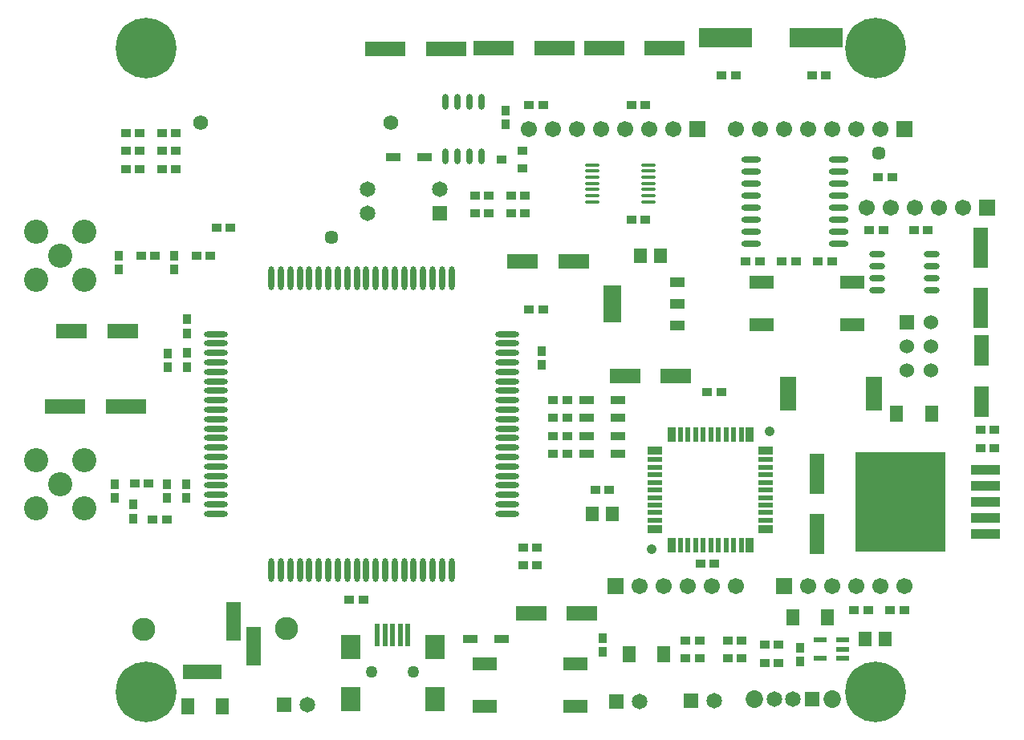
<source format=gts>
*
%LPD*%
%LNSABOTEN3G-MT*%
%FSLAX25Y25*%
%MOIN*%
%AD*%
%AD*%
%ADD25R,0.06X0.06*%
%ADD26C,0.06*%
%ADD41R,0.064959843X0.064959843*%
%ADD42C,0.064959843*%
%ADD47R,0.067X0.067*%
%ADD48C,0.067*%
%ADD53C,0.252*%
%ADD74C,0.100429921*%
%ADD75C,0.062*%
%ADD76R,0.064990157X0.064990157*%
%ADD77C,0.064990157*%
%ADD78C,0.072870079*%
%ADD79C,0.057*%
%ADD80C,0.05*%
%ADD104R,0.125979921X0.062990157*%
%ADD106R,0.062990157X0.125979921*%
%ADD107R,0.055120079X0.070870079*%
%ADD110R,0.066929921X0.141729921*%
%ADD111O,0.066929921X0.023620079*%
%ADD112O,0.023620079X0.066929921*%
%ADD114O,0.059059843X0.01575*%
%ADD118R,0.055120079X0.023620079*%
%ADD123O,0.082679921X0.023620079*%
%ADD124R,0.12205X0.043309843*%
%ADD125R,0.37795X0.417320079*%
%ADD127O,0.024X0.098429921*%
%ADD128O,0.098429921X0.024*%
%ADD129R,0.059059843X0.035429921*%
%ADD133R,0.062990157X0.16535*%
%ADD140R,0.037X0.041*%
%ADD141R,0.041X0.037*%
%ADD142R,0.052X0.06*%
%ADD143R,0.021690157X0.09255*%
%ADD144R,0.080740157X0.100429921*%
%ADD145R,0.100429921X0.057120079*%
%ADD146R,0.042X0.037*%
%ADD147R,0.062X0.042*%
%ADD148R,0.072X0.152*%
%ADD149R,0.032X0.062*%
%ADD150R,0.022X0.062*%
%ADD151R,0.062X0.032*%
%ADD152R,0.062X0.022*%
%ADD153C,0.042*%
%ADD154R,0.219X0.082*%
%ADD155R,0.159479921X0.061059843*%
%ADD156R,0.061059843X0.159479921*%
%ADD157C,0.096490157*%
%ADD158R,0.16535X0.062990157*%
G54D25*
%SRX1Y1I0.0J0.0*%
G1X378075Y-141915D3*
G54D26*
G1X388075Y-141915D3*
G1X378075Y-151915D3*
G1X388075Y-151915D3*
G1X378075Y-161915D3*
G1X388075Y-161915D3*
G54D41*
G1X257375Y-299715D3*
G1X288375Y-299315D3*
G1X184075Y-96715D3*
G1X119275Y-300815D3*
G54D42*
G1X267217Y-299715D3*
G1X298217Y-299315D3*
G1X184075Y-86715D3*
G1X154075Y-86715D3*
G1X154075Y-96715D3*
G1X129117Y-300815D3*
G54D47*
G1X257075Y-251715D3*
G1X291075Y-61715D3*
G1X327075Y-251715D3*
G1X377075Y-61715D3*
G1X411575Y-94215D3*
G54D48*
G1X267075Y-251715D3*
G1X277075Y-251715D3*
G1X287075Y-251715D3*
G1X297075Y-251715D3*
G1X307075Y-251715D3*
G1X281075Y-61715D3*
G1X271075Y-61715D3*
G1X261075Y-61715D3*
G1X251075Y-61715D3*
G1X241075Y-61715D3*
G1X231075Y-61715D3*
G1X221075Y-61715D3*
G1X337075Y-251715D3*
G1X347075Y-251715D3*
G1X357075Y-251715D3*
G1X367075Y-251715D3*
G1X377075Y-251715D3*
G1X367075Y-61715D3*
G1X357075Y-61715D3*
G1X347075Y-61715D3*
G1X337075Y-61715D3*
G1X327075Y-61715D3*
G1X317075Y-61715D3*
G1X307075Y-61715D3*
G1X401575Y-94215D3*
G1X391575Y-94215D3*
G1X381575Y-94215D3*
G1X371575Y-94215D3*
G1X361575Y-94215D3*
G54D53*
G1X365138Y-295715D3*
G1X62075Y-27999D3*
G1X365138Y-27999D3*
G1X62075Y-295715D3*
G54D74*
G1X26575Y-209215D3*
G1X36575Y-219215D3*
G1X36575Y-199215D3*
G1X16575Y-219215D3*
G1X16575Y-199215D3*
G1X26575Y-114215D3*
G1X36575Y-124215D3*
G1X36575Y-104215D3*
G1X16575Y-124215D3*
G1X16575Y-104215D3*
G54D75*
G1X163593Y-58815D3*
G1X84853Y-58815D3*
G54D76*
G1X338749Y-298615D3*
G54D77*
G1X330875Y-298615D3*
G1X323001Y-298615D3*
G54D78*
G1X314733Y-298615D3*
G1X347016Y-298615D3*
G54D79*
G1X366575Y-71715D3*
G1X139075Y-106715D3*
G54D80*
G1X173136Y-287172D3*
G1X155813Y-287172D3*
G54D104*
G1X260945Y-164215D3*
G1X282204Y-164215D3*
G1X31245Y-145615D3*
G1X52504Y-145615D3*
G1X218445Y-116715D3*
G1X239704Y-116715D3*
G1X221945Y-262815D3*
G1X243204Y-262815D3*
G54D106*
G1X409075Y-174845D3*
G1X409075Y-153585D3*
G54D107*
G1X388275Y-179815D3*
G1X373875Y-179815D3*
G1X93775Y-301715D3*
G1X79375Y-301715D3*
G1X330775Y-264515D3*
G1X345175Y-264515D3*
G1X262675Y-280115D3*
G1X277075Y-280115D3*
G54D110*
G1X328858Y-171715D3*
G1X364291Y-171715D3*
G54D111*
G1X388492Y-128715D3*
G1X388492Y-123715D3*
G1X388492Y-118715D3*
G1X388492Y-113715D3*
G1X365657Y-113715D3*
G1X365657Y-118715D3*
G1X365657Y-123715D3*
G1X365657Y-128715D3*
G54D112*
G1X186575Y-73133D3*
G1X191575Y-73133D3*
G1X196575Y-73133D3*
G1X201575Y-73133D3*
G1X201575Y-50298D3*
G1X196575Y-50298D3*
G1X191575Y-50298D3*
G1X186575Y-50298D3*
G54D114*
G1X270886Y-91892D3*
G1X270886Y-89333D3*
G1X270886Y-86774D3*
G1X270886Y-84215D3*
G1X270886Y-81656D3*
G1X270886Y-79097D3*
G1X270886Y-76538D3*
G1X247264Y-76538D3*
G1X247264Y-79097D3*
G1X247264Y-81656D3*
G1X247264Y-84215D3*
G1X247264Y-86774D3*
G1X247264Y-89333D3*
G1X247264Y-91892D3*
G54D118*
G1X351499Y-281555D3*
G1X351499Y-277815D3*
G1X351499Y-274075D3*
G1X342050Y-274075D3*
G1X342050Y-281555D3*
G54D123*
G1X349685Y-109215D3*
G1X349685Y-104215D3*
G1X349685Y-99215D3*
G1X349685Y-94215D3*
G1X349685Y-89215D3*
G1X349685Y-84215D3*
G1X349685Y-79215D3*
G1X349685Y-74215D3*
G1X313464Y-74215D3*
G1X313464Y-79215D3*
G1X313464Y-84215D3*
G1X313464Y-89215D3*
G1X313464Y-94215D3*
G1X313464Y-99215D3*
G1X313464Y-104215D3*
G1X313464Y-109215D3*
G54D124*
G1X410590Y-230101D3*
G1X410590Y-223408D3*
G1X410590Y-216715D3*
G1X410590Y-210022D3*
G1X410590Y-203329D3*
G54D125*
G1X375551Y-216715D3*
G54D127*
G1X114173Y-244845D3*
G1X118110Y-244845D3*
G1X122047Y-244845D3*
G1X125984Y-244845D3*
G1X129921Y-244845D3*
G1X133858Y-244845D3*
G1X137795Y-244845D3*
G1X141732Y-244845D3*
G1X145669Y-244845D3*
G1X149606Y-244845D3*
G1X153543Y-244845D3*
G1X157480Y-244845D3*
G1X161417Y-244845D3*
G1X165354Y-244845D3*
G1X169291Y-244845D3*
G1X173228Y-244845D3*
G1X177165Y-244845D3*
G1X181102Y-244845D3*
G1X185039Y-244845D3*
G1X188976Y-244845D3*
G1X188976Y-123585D3*
G1X185039Y-123585D3*
G1X181102Y-123585D3*
G1X177165Y-123585D3*
G1X173228Y-123585D3*
G1X169291Y-123585D3*
G1X165354Y-123585D3*
G1X161417Y-123585D3*
G1X157480Y-123585D3*
G1X153543Y-123585D3*
G1X149606Y-123585D3*
G1X145669Y-123585D3*
G1X141732Y-123585D3*
G1X137795Y-123585D3*
G1X133858Y-123585D3*
G1X129921Y-123585D3*
G1X125984Y-123585D3*
G1X122047Y-123585D3*
G1X118110Y-123585D3*
G1X114173Y-123585D3*
G54D128*
G1X212204Y-221617D3*
G1X212204Y-217680D3*
G1X212204Y-213743D3*
G1X212204Y-209806D3*
G1X212204Y-205869D3*
G1X212204Y-201932D3*
G1X212204Y-197995D3*
G1X212204Y-194058D3*
G1X212204Y-190121D3*
G1X212204Y-186184D3*
G1X212204Y-182247D3*
G1X212204Y-178310D3*
G1X212204Y-174373D3*
G1X212204Y-170436D3*
G1X212204Y-166499D3*
G1X212204Y-162562D3*
G1X212204Y-158625D3*
G1X212204Y-154688D3*
G1X212204Y-150751D3*
G1X212204Y-146814D3*
G1X90945Y-146814D3*
G1X90945Y-150751D3*
G1X90945Y-154688D3*
G1X90945Y-158625D3*
G1X90945Y-162562D3*
G1X90945Y-166499D3*
G1X90945Y-170436D3*
G1X90945Y-174373D3*
G1X90945Y-178310D3*
G1X90945Y-182247D3*
G1X90945Y-186184D3*
G1X90945Y-190121D3*
G1X90945Y-194058D3*
G1X90945Y-197995D3*
G1X90945Y-201932D3*
G1X90945Y-205869D3*
G1X90945Y-209806D3*
G1X90945Y-213743D3*
G1X90945Y-217680D3*
G1X90945Y-221617D3*
G54D129*
G1X209671Y-273515D3*
G1X196679Y-273515D3*
G1X258071Y-174215D3*
G1X245079Y-174215D3*
G1X177771Y-73415D3*
G1X164779Y-73415D3*
G1X258071Y-196715D3*
G1X245079Y-196715D3*
G1X258071Y-189215D3*
G1X245079Y-189215D3*
G1X258071Y-181715D3*
G1X245079Y-181715D3*
G54D133*
G1X408875Y-136014D3*
G1X408875Y-110817D3*
G1X340675Y-204917D3*
G1X340675Y-230114D3*
G54D140*
G1X226575Y-153815D3*
G1X226575Y-159615D3*
G1X48975Y-209215D3*
G1X48975Y-215015D3*
G1X78675Y-215115D3*
G1X78675Y-209315D3*
G1X73875Y-114315D3*
G1X73875Y-120115D3*
G1X50875Y-114315D3*
G1X50875Y-120115D3*
G1X70875Y-209315D3*
G1X70875Y-215115D3*
G1X211575Y-59615D3*
G1X211575Y-53815D3*
G1X78975Y-146515D3*
G1X78975Y-140715D3*
G1X78975Y-154715D3*
G1X78975Y-160515D3*
G1X71075Y-160615D3*
G1X71075Y-154815D3*
G1X56775Y-217715D3*
G1X56775Y-223515D3*
G1X251775Y-279115D3*
G1X251775Y-273315D3*
G1X333875Y-283015D3*
G1X333875Y-277215D3*
G54D141*
G1X221175Y-136715D3*
G1X226975Y-136715D3*
G1X64875Y-223815D3*
G1X70675Y-223815D3*
G1X306975Y-39215D3*
G1X301175Y-39215D3*
G1X338675Y-39215D3*
G1X344475Y-39215D3*
G1X300975Y-170915D3*
G1X295175Y-170915D3*
G1X254475Y-211715D3*
G1X248675Y-211715D3*
G1X292275Y-242315D3*
G1X298075Y-242315D3*
G1X224475Y-243115D3*
G1X218675Y-243115D3*
G1X366175Y-81715D3*
G1X371975Y-81715D3*
G1X316975Y-116715D3*
G1X311175Y-116715D3*
G1X97075Y-102715D3*
G1X91275Y-102715D3*
G1X88775Y-114215D3*
G1X82975Y-114215D3*
G1X59475Y-78215D3*
G1X53675Y-78215D3*
G1X204475Y-89215D3*
G1X198675Y-89215D3*
G1X204475Y-96715D3*
G1X198675Y-96715D3*
G1X59475Y-70715D3*
G1X53675Y-70715D3*
G1X318975Y-276015D3*
G1X324775Y-276015D3*
G1X59475Y-63215D3*
G1X53675Y-63215D3*
G1X63075Y-209115D3*
G1X57275Y-209115D3*
G1X65775Y-114215D3*
G1X59975Y-114215D3*
G1X68675Y-78215D3*
G1X74475Y-78215D3*
G1X309475Y-281715D3*
G1X303675Y-281715D3*
G1X303675Y-274215D3*
G1X309475Y-274215D3*
G1X368275Y-103715D3*
G1X362475Y-103715D3*
G1X263675Y-51715D3*
G1X269475Y-51715D3*
G1X68675Y-63215D3*
G1X74475Y-63215D3*
G1X376975Y-261715D3*
G1X371175Y-261715D3*
G1X356175Y-261715D3*
G1X361975Y-261715D3*
G1X68675Y-70715D3*
G1X74475Y-70715D3*
G1X224475Y-235615D3*
G1X218675Y-235615D3*
G1X213675Y-89215D3*
G1X219475Y-89215D3*
G1X236975Y-196715D3*
G1X231175Y-196715D3*
G1X236975Y-181715D3*
G1X231175Y-181715D3*
G1X236975Y-189215D3*
G1X231175Y-189215D3*
G1X341175Y-116715D3*
G1X346975Y-116715D3*
G1X326175Y-116715D3*
G1X331975Y-116715D3*
G1X236975Y-174215D3*
G1X231175Y-174215D3*
G1X146475Y-257215D3*
G1X152275Y-257215D3*
G1X414475Y-194215D3*
G1X408675Y-194215D3*
G1X291975Y-274215D3*
G1X286175Y-274215D3*
G1X408675Y-186715D3*
G1X414475Y-186715D3*
G1X381075Y-103715D3*
G1X386875Y-103715D3*
G1X269475Y-99215D3*
G1X263675Y-99215D3*
G1X213675Y-96715D3*
G1X219475Y-96715D3*
G1X226975Y-51715D3*
G1X221175Y-51715D3*
G1X286175Y-281715D3*
G1X291975Y-281715D3*
G1X324775Y-283515D3*
G1X318975Y-283515D3*
G54D142*
G1X360775Y-273615D3*
G1X368975Y-273615D3*
G1X255675Y-221715D3*
G1X247475Y-221715D3*
G1X275675Y-114215D3*
G1X267475Y-114215D3*
G54D143*
G1X158175Y-272015D3*
G1X161325Y-272015D3*
G1X164475Y-272015D3*
G1X167624Y-272015D3*
G1X170774Y-272015D3*
G54D144*
G1X146955Y-276897D3*
G1X181994Y-276897D3*
G1X146955Y-298551D3*
G1X181994Y-298551D3*
G54D145*
G1X317677Y-143074D3*
G1X355472Y-143074D3*
G1X355472Y-125357D3*
G1X317677Y-125357D3*
G1X202777Y-301774D3*
G1X240572Y-301774D3*
G1X240572Y-284057D3*
G1X202777Y-284057D3*
G54D146*
G1X218475Y-78015D3*
G1X218475Y-70515D3*
G1X209675Y-74315D3*
G54D147*
G1X282775Y-143215D3*
G1X282775Y-134215D3*
G1X282775Y-125215D3*
G54D148*
G1X255775Y-134215D3*
G54D149*
G1X312875Y-188715D3*
G1X280375Y-188715D3*
G1X280375Y-234715D3*
G1X312875Y-234715D3*
G54D150*
G1X309275Y-188715D3*
G1X306075Y-188715D3*
G1X302975Y-188715D3*
G1X299775Y-188715D3*
G1X296675Y-188715D3*
G1X293475Y-188715D3*
G1X290375Y-188715D3*
G1X287175Y-188715D3*
G1X284075Y-188715D3*
G1X284075Y-234715D3*
G1X287175Y-234715D3*
G1X290375Y-234715D3*
G1X293475Y-234715D3*
G1X296675Y-234715D3*
G1X299775Y-234715D3*
G1X302975Y-234715D3*
G1X306075Y-234715D3*
G1X309275Y-234715D3*
G54D151*
G1X273575Y-195415D3*
G1X273575Y-227915D3*
G1X319575Y-227915D3*
G1X319575Y-195415D3*
G54D152*
G1X273575Y-199015D3*
G1X273575Y-202215D3*
G1X273575Y-205315D3*
G1X273575Y-208515D3*
G1X273575Y-211615D3*
G1X273575Y-214815D3*
G1X273575Y-217915D3*
G1X273575Y-221115D3*
G1X273575Y-224215D3*
G1X319575Y-224215D3*
G1X319575Y-221115D3*
G1X319575Y-217915D3*
G1X319575Y-214815D3*
G1X319575Y-211615D3*
G1X319575Y-208515D3*
G1X319575Y-205315D3*
G1X319575Y-202215D3*
G1X319575Y-199015D3*
G54D153*
G1X321075Y-187215D3*
G1X272075Y-236215D3*
G54D154*
G1X302875Y-23615D3*
G1X340475Y-23615D3*
G54D155*
G1X85475Y-287415D3*
G54D156*
G1X98575Y-266315D3*
G1X106775Y-276615D3*
G54D157*
G1X120475Y-269415D3*
G1X61075Y-269515D3*
G54D158*
G1X206476Y-28115D3*
G1X231673Y-28115D3*
G1X161476Y-28315D3*
G1X186673Y-28315D3*
G1X28476Y-176815D3*
G1X53673Y-176815D3*
G1X252276Y-28115D3*
G1X277473Y-28115D3*
M2*

</source>
